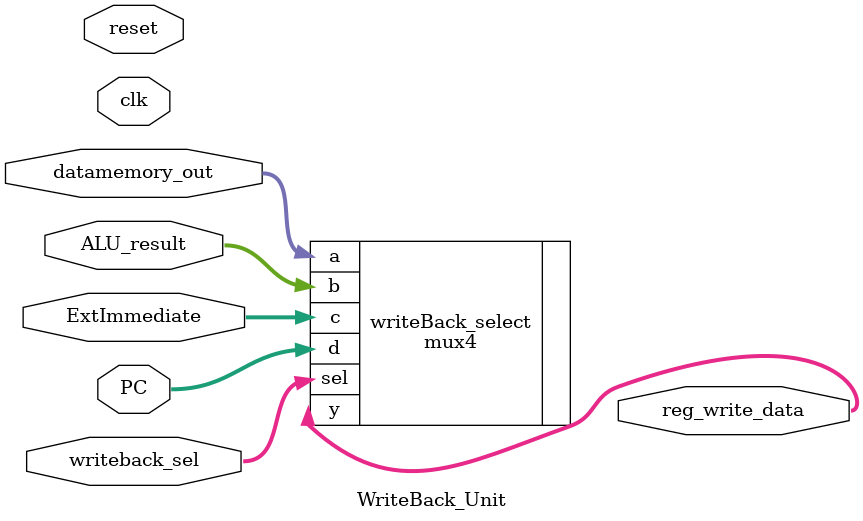
<source format=v>
module WriteBack_Unit(
  input wire clk,
  input wire reset,
  input wire [31:0] datamemory_out,
  input wire [31:0] ALU_result,
  input wire [31:0] ExtImmediate,
  input wire [31:0] PC,
  input wire [1:0] writeback_sel,
  
  output wire [31:0] reg_write_data
    );
    
    mux4 writeBack_select (
        .a(datamemory_out),
        .b(ALU_result),
        .c(ExtImmediate),
        .d(PC),
        .sel(writeback_sel), 
        .y(reg_write_data));
        
endmodule

</source>
